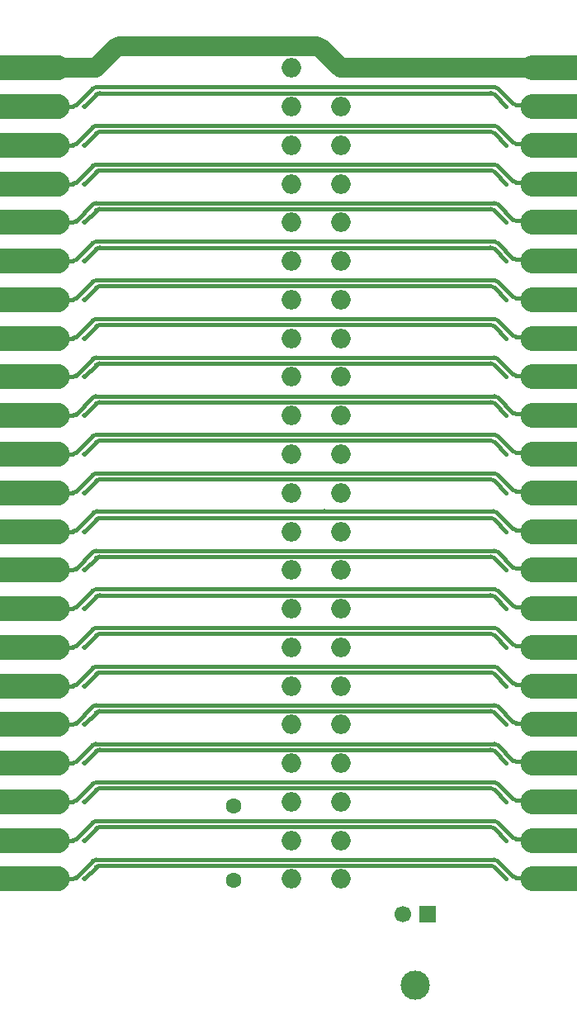
<source format=gbr>
%TF.GenerationSoftware,KiCad,Pcbnew,9.0.3*%
%TF.CreationDate,2025-08-13T21:30:13+02:00*%
%TF.ProjectId,app-mtu-adapter,6170702d-6d74-4752-9d61-646170746572,rev?*%
%TF.SameCoordinates,Original*%
%TF.FileFunction,Copper,L2,Bot*%
%TF.FilePolarity,Positive*%
%FSLAX46Y46*%
G04 Gerber Fmt 4.6, Leading zero omitted, Abs format (unit mm)*
G04 Created by KiCad (PCBNEW 9.0.3) date 2025-08-13 21:30:13*
%MOMM*%
%LPD*%
G01*
G04 APERTURE LIST*
G04 Aperture macros list*
%AMFreePoly0*
4,1,22,-1.300000,4.445000,1.300000,4.445000,1.300000,-3.145000,1.280250,-3.370743,1.221600,-3.589626,1.125833,-3.795000,0.995858,-3.980624,0.835624,-4.140858,0.650000,-4.270833,0.444626,-4.366600,0.225743,-4.425250,0.000000,-4.445000,-0.225743,-4.425250,-0.444626,-4.366600,-0.650000,-4.270833,-0.835624,-4.140858,-0.995858,-3.980624,-1.125833,-3.795000,-1.221600,-3.589626,-1.280250,-3.370743,
-1.300000,-3.145000,-1.300000,4.445000,-1.300000,4.445000,$1*%
%AMFreePoly1*
4,1,22,-1.270000,3.180000,1.270000,3.180000,1.270000,-1.910000,1.254364,-2.108672,1.198732,-2.329454,1.104571,-2.536755,0.974909,-2.723912,0.813912,-2.884909,0.626755,-3.014571,0.419454,-3.108732,0.198672,-3.164364,0.000000,-3.180000,-0.198672,-3.164364,-0.419454,-3.108732,-0.626755,-3.014571,-0.813912,-2.884909,-0.974909,-2.723912,-1.104571,-2.536755,-1.198732,-2.329454,-1.254364,-2.108672,
-1.270000,-1.910000,-1.270000,3.180000,-1.270000,3.180000,$1*%
G04 Aperture macros list end*
%TA.AperFunction,ComponentPad*%
%ADD10C,3.000000*%
%TD*%
%TA.AperFunction,ComponentPad*%
%ADD11C,1.700000*%
%TD*%
%TA.AperFunction,ComponentPad*%
%ADD12R,1.700000X1.700000*%
%TD*%
%TA.AperFunction,ConnectorPad*%
%ADD13FreePoly0,90.000000*%
%TD*%
%TA.AperFunction,ComponentPad*%
%ADD14C,1.600000*%
%TD*%
%TA.AperFunction,ComponentPad*%
%ADD15O,2.000000X2.000000*%
%TD*%
%TA.AperFunction,ConnectorPad*%
%ADD16FreePoly1,270.000000*%
%TD*%
%TA.AperFunction,ViaPad*%
%ADD17C,0.500000*%
%TD*%
%TA.AperFunction,Conductor*%
%ADD18C,2.000000*%
%TD*%
%TA.AperFunction,Conductor*%
%ADD19C,0.400000*%
%TD*%
G04 APERTURE END LIST*
D10*
%TO.P,TP1,1,1*%
%TO.N,Net-(J1-Pin_1)*%
X150910000Y-149250000D03*
%TD*%
D11*
%TO.P,J1,2,Pin_2*%
%TO.N,Net-(J1-Pin_2)*%
X149640000Y-142000000D03*
D12*
%TO.P,J1,1,Pin_1*%
%TO.N,Net-(J1-Pin_1)*%
X152180000Y-142000000D03*
%TD*%
D13*
%TO.P,P1,Z,ROW1*%
%TO.N,Net-(P1-ROW1)*%
X111050000Y-138390000D03*
%TO.P,P1,Y,COLC*%
%TO.N,Net-(P1-COLC)*%
X111050000Y-134430000D03*
%TO.P,P1,X,ROW2*%
%TO.N,Net-(P1-ROW2)*%
X111050000Y-130470000D03*
%TO.P,P1,W,COLG*%
%TO.N,Net-(P1-COLG)*%
X111050000Y-126510000D03*
%TO.P,P1,V,ROW3*%
%TO.N,Net-(P1-ROW3)*%
X111050000Y-122550000D03*
%TO.P,P1,U,PTR*%
%TO.N,Net-(P1-PTR)*%
X111050000Y-118590000D03*
%TO.P,P1,T,KBD*%
%TO.N,Net-(P1-KBD)*%
X111050000Y-114630000D03*
%TO.P,P1,S,PTR_R*%
%TO.N,Net-(P1-PTR_R)*%
X111050000Y-110670000D03*
%TO.P,P1,R,KBD_R*%
%TO.N,Net-(P1-KBD_R)*%
X111050000Y-106710000D03*
%TO.P,P1,P,AUD_H*%
%TO.N,Net-(P1-AUD_H)*%
X111050000Y-102750000D03*
%TO.P,P1,N,+12V*%
%TO.N,Net-(P1-+12V)*%
X111050000Y-98790000D03*
%TO.P,P1,M,AUD_L*%
%TO.N,Net-(P1-AUD_L)*%
X111050000Y-94830000D03*
%TO.P,P1,L,AUDIN*%
%TO.N,Net-(P1-AUDIN)*%
X111050000Y-90870000D03*
%TO.P,P1,K,DECEN*%
%TO.N,Net-(P1-DECEN)*%
X111050000Y-86910000D03*
%TO.P,P1,J,K7*%
%TO.N,Net-(P1-K7)*%
X111050000Y-82950000D03*
%TO.P,P1,H,K5*%
%TO.N,Net-(P1-K5)*%
X111050000Y-78990000D03*
%TO.P,P1,F,K4*%
%TO.N,Net-(P1-K4)*%
X111050000Y-75030000D03*
%TO.P,P1,E,K3*%
%TO.N,Net-(P1-K3)*%
X111050000Y-71070000D03*
%TO.P,P1,D,K2*%
%TO.N,Net-(P1-K2)*%
X111050000Y-67110000D03*
%TO.P,P1,C,K1*%
%TO.N,Net-(P1-K1)*%
X111050000Y-63150000D03*
%TO.P,P1,B,K0*%
%TO.N,Net-(P1-K0)*%
X111050000Y-59190000D03*
%TO.P,P1,A,+5V*%
%TO.N,Net-(P1-+5V)*%
X111050000Y-55230000D03*
%TD*%
D14*
%TO.P,R1,2*%
%TO.N,Net-(J1-Pin_2)*%
X132270000Y-138480000D03*
%TO.P,R1,1*%
%TO.N,Net-(P1-+5V)*%
X132270000Y-130860000D03*
%TD*%
D15*
%TO.P,P2,1,1*%
%TO.N,Net-(P1-GND)*%
X138190000Y-55230000D03*
%TO.P,P2,2,2*%
%TO.N,Net-(P1-PA0)*%
X138190000Y-59190000D03*
%TO.P,P2,3,3*%
%TO.N,Net-(P1-PA1)*%
X138190000Y-63150000D03*
%TO.P,P2,4,4*%
%TO.N,Net-(P1-PA2)*%
X138190000Y-67110000D03*
%TO.P,P2,5,5*%
%TO.N,Net-(P1-PA3)*%
X138190000Y-71070000D03*
%TO.P,P2,6,6*%
%TO.N,Net-(P1-PA4)*%
X138190000Y-75030000D03*
%TO.P,P2,7,7*%
%TO.N,Net-(P1-PA5)*%
X138190000Y-78990000D03*
%TO.P,P2,8,8*%
%TO.N,Net-(P1-PA6)*%
X138190000Y-82950000D03*
%TO.P,P2,9,9*%
%TO.N,Net-(P1-PA7)*%
X138190000Y-86910000D03*
%TO.P,P2,10,\u00BA0*%
%TO.N,Net-(P1-AUD_H)*%
X138190000Y-90870000D03*
%TO.P,P2,11,11*%
%TO.N,Net-(P1-+5V)*%
X138190000Y-94830000D03*
%TO.P,P2,12,12*%
%TO.N,unconnected-(P2-Pad12)*%
X138190000Y-98790000D03*
%TO.P,P2,13,13*%
%TO.N,unconnected-(P2-Pad13)*%
X138190000Y-102750000D03*
%TO.P,P2,14,14*%
%TO.N,unconnected-(P2-Pad14)*%
X138190000Y-106710000D03*
%TO.P,P2,15,15*%
%TO.N,unconnected-(P2-Pad15)*%
X138190000Y-110670000D03*
%TO.P,P2,16,16*%
%TO.N,unconnected-(P2-Pad16)*%
X138190000Y-114630000D03*
%TO.P,P2,17,17*%
%TO.N,unconnected-(P2-Pad17)*%
X138190000Y-118590000D03*
%TO.P,P2,18,18*%
%TO.N,unconnected-(P2-Pad18)*%
X138190000Y-122550000D03*
%TO.P,P2,19,19*%
%TO.N,unconnected-(P2-Pad19)*%
X138190000Y-126510000D03*
%TO.P,P2,20,20*%
%TO.N,unconnected-(P2-Pad20)*%
X138190000Y-130470000D03*
%TO.P,P2,21,21*%
%TO.N,unconnected-(P2-Pad21)*%
X138190000Y-134430000D03*
%TO.P,P2,22,22*%
%TO.N,unconnected-(P2-Pad22)*%
X138190000Y-138390000D03*
%TO.P,P2,A,A*%
%TO.N,Net-(P1-+5V)*%
X143270000Y-55230000D03*
%TO.P,P2,B,B*%
%TO.N,unconnected-(P2-PadB)*%
X143270000Y-59190000D03*
%TO.P,P2,C,C*%
%TO.N,unconnected-(P2-PadC)*%
X143270000Y-63150000D03*
%TO.P,P2,D,D*%
%TO.N,unconnected-(P2-PadD)*%
X143270000Y-67110000D03*
%TO.P,P2,E,E*%
%TO.N,unconnected-(P2-PadE)*%
X143270000Y-71070000D03*
%TO.P,P2,F,F*%
%TO.N,unconnected-(P2-PadF)*%
X143270000Y-75030000D03*
%TO.P,P2,H,H*%
%TO.N,unconnected-(P2-PadH)*%
X143270000Y-78990000D03*
%TO.P,P2,J,J*%
%TO.N,unconnected-(P2-PadJ)*%
X143270000Y-82950000D03*
%TO.P,P2,K,K*%
%TO.N,unconnected-(P2-PadK)*%
X143270000Y-86910000D03*
%TO.P,P2,L,L*%
%TO.N,unconnected-(P2-PadL)*%
X143270000Y-90870000D03*
%TO.P,P2,M,M*%
%TO.N,unconnected-(P2-PadM)*%
X143270000Y-94830000D03*
%TO.P,P2,N,N*%
%TO.N,unconnected-(P2-PadN)*%
X143270000Y-98790000D03*
%TO.P,P2,P,P*%
%TO.N,unconnected-(P2-PadP)*%
X143270000Y-102750000D03*
%TO.P,P2,R,R*%
%TO.N,unconnected-(P2-PadR)*%
X143270000Y-106710000D03*
%TO.P,P2,S,PTR_R*%
%TO.N,unconnected-(P2-PTR_R-PadS)*%
X143270000Y-110670000D03*
%TO.P,P2,T,T*%
%TO.N,unconnected-(P2-PadT)*%
X143270000Y-114630000D03*
%TO.P,P2,U,U*%
%TO.N,unconnected-(P2-PadU)*%
X143270000Y-118590000D03*
%TO.P,P2,V,V*%
%TO.N,unconnected-(P2-PadV)*%
X143270000Y-122550000D03*
%TO.P,P2,W,W*%
%TO.N,unconnected-(P2-PadW)*%
X143270000Y-126510000D03*
%TO.P,P2,X,X*%
%TO.N,unconnected-(P2-PadX)*%
X143270000Y-130470000D03*
%TO.P,P2,Y,Y*%
%TO.N,unconnected-(P2-PadY)*%
X143270000Y-134430000D03*
%TO.P,P2,Z,Z*%
%TO.N,unconnected-(P2-PadZ)*%
X143270000Y-138390000D03*
%TD*%
D16*
%TO.P,P3,A,+5V*%
%TO.N,Net-(P1-+5V)*%
X164870000Y-55230000D03*
%TO.P,P3,B,K0*%
%TO.N,Net-(P1-K0)*%
X164870000Y-59190000D03*
%TO.P,P3,C,K1*%
%TO.N,Net-(P1-K1)*%
X164870000Y-63150000D03*
%TO.P,P3,D,K2*%
%TO.N,Net-(P1-K2)*%
X164870000Y-67110000D03*
%TO.P,P3,E,K3*%
%TO.N,Net-(P1-K3)*%
X164870000Y-71070000D03*
%TO.P,P3,F,K4*%
%TO.N,Net-(P1-K4)*%
X164870000Y-75030000D03*
%TO.P,P3,H,K5*%
%TO.N,Net-(P1-K5)*%
X164870000Y-78990000D03*
%TO.P,P3,J,K7*%
%TO.N,Net-(P1-K7)*%
X164870000Y-82950000D03*
%TO.P,P3,K,DECEN*%
%TO.N,Net-(P1-DECEN)*%
X164870000Y-86910000D03*
%TO.P,P3,L,AUDIN*%
%TO.N,Net-(P1-AUDIN)*%
X164870000Y-90870000D03*
%TO.P,P3,M,AUD_L*%
%TO.N,Net-(P1-AUD_L)*%
X164870000Y-94830000D03*
%TO.P,P3,N,+12V*%
%TO.N,Net-(P1-+12V)*%
X164870000Y-98790000D03*
%TO.P,P3,P,AUD_H*%
%TO.N,Net-(P1-AUD_H)*%
X164870000Y-102750000D03*
%TO.P,P3,R,KBD_R*%
%TO.N,Net-(P1-KBD_R)*%
X164870000Y-106710000D03*
%TO.P,P3,S,PTR_R*%
%TO.N,Net-(P1-PTR_R)*%
X164870000Y-110670000D03*
%TO.P,P3,T,KBD*%
%TO.N,Net-(P1-KBD)*%
X164870000Y-114630000D03*
%TO.P,P3,U,PTR*%
%TO.N,Net-(P1-PTR)*%
X164870000Y-118590000D03*
%TO.P,P3,V,ROW3*%
%TO.N,Net-(P1-ROW3)*%
X164870000Y-122550000D03*
%TO.P,P3,W,COLG*%
%TO.N,Net-(P1-COLG)*%
X164870000Y-126510000D03*
%TO.P,P3,X,ROW2*%
%TO.N,Net-(P1-ROW2)*%
X164870000Y-130470000D03*
%TO.P,P3,Y,COLC*%
%TO.N,Net-(P1-COLC)*%
X164870000Y-134430000D03*
%TO.P,P3,Z,ROW1*%
%TO.N,Net-(P1-ROW1)*%
X164870000Y-138390000D03*
%TD*%
D17*
%TO.N,Net-(P1-PA2)*%
X116950000Y-63150000D03*
%TO.N,Net-(P1-PA5)*%
X116950000Y-75030000D03*
%TO.N,Net-(P1-PB4)*%
X116950000Y-102750000D03*
%TO.N,Net-(P1-PA0)*%
X116950000Y-106710000D03*
%TO.N,Net-(P1-PA6)*%
X116950000Y-78990000D03*
%TO.N,Net-(P1-COLF)*%
X116950000Y-122550000D03*
%TO.N,Net-(P1-PB1)*%
X116950000Y-90870000D03*
%TO.N,Net-(P1-COLB)*%
X116950000Y-126510000D03*
%TO.N,Net-(P1-PB5)*%
X116950000Y-114630000D03*
%TO.N,Net-(P1-COLD)*%
X116950000Y-138390000D03*
%TO.N,Net-(P1-PA1)*%
X116950000Y-67110000D03*
%TO.N,Net-(P1-PB0)*%
X116950000Y-86910000D03*
%TO.N,Net-(P1-ROW0)*%
X116950000Y-118590000D03*
%TO.N,Net-(P1-PB2)*%
X116950000Y-94830000D03*
%TO.N,Net-(P1-PA4)*%
X116950000Y-71070000D03*
%TO.N,Net-(P1-PA7)*%
X116950000Y-82950000D03*
%TO.N,Net-(P1-COLA)*%
X116950000Y-134430000D03*
%TO.N,Net-(P1-PA3)*%
X116950000Y-59190000D03*
%TO.N,Net-(P1-PB3)*%
X116950000Y-98790000D03*
%TO.N,Net-(P1-COLE)*%
X116950000Y-130470000D03*
%TO.N,Net-(J1-Pin_1)*%
X116950000Y-110670000D03*
%TO.N,Net-(P1-PA5)*%
X160270000Y-75030000D03*
%TO.N,Net-(P1-PA6)*%
X160270000Y-78990000D03*
%TO.N,Net-(P1-PA2)*%
X160270000Y-63150000D03*
%TO.N,Net-(P1-PB4)*%
X160270000Y-102750000D03*
%TO.N,Net-(P1-COLF)*%
X160270000Y-122550000D03*
%TO.N,Net-(P1-PB1)*%
X160270000Y-90870000D03*
%TO.N,Net-(P1-PA0)*%
X160270000Y-106710000D03*
%TO.N,Net-(P1-COLD)*%
X160270000Y-138390000D03*
%TO.N,Net-(P1-PB3)*%
X160270000Y-98790000D03*
%TO.N,Net-(P1-PB5)*%
X160270000Y-114630000D03*
%TO.N,Net-(P1-ROW0)*%
X160270000Y-118590000D03*
%TO.N,Net-(P1-PA3)*%
X160270000Y-59190000D03*
%TO.N,Net-(P1-PB0)*%
X160270000Y-86910000D03*
%TO.N,Net-(P1-PA1)*%
X160270000Y-67110000D03*
%TO.N,Net-(P1-PA7)*%
X160270000Y-82950000D03*
%TO.N,Net-(P1-COLE)*%
X160270000Y-130470000D03*
%TO.N,Net-(P1-PB2)*%
X160270000Y-94830000D03*
%TO.N,Net-(P1-COLA)*%
X160270000Y-134430000D03*
%TO.N,Net-(P1-PA4)*%
X160270000Y-71070000D03*
%TO.N,Net-(P1-COLB)*%
X160270000Y-126510000D03*
%TO.N,Net-(J1-Pin_1)*%
X160270000Y-110670000D03*
%TO.N,Net-(P1-AUD_H)*%
X141640000Y-100660000D03*
%TD*%
D18*
%TO.N,Net-(P1-+5V)*%
X164870000Y-55230000D02*
X143270000Y-55230000D01*
D19*
%TO.N,Net-(P1-COLD)*%
X158661893Y-136989000D02*
X118558107Y-136989000D01*
X159015446Y-137135446D02*
G75*
G03*
X158661893Y-136989005I-353546J-353554D01*
G01*
X160270000Y-138390000D02*
X159015446Y-137135446D01*
%TO.N,Net-(P1-ROW1)*%
X159030893Y-136388000D02*
X118189107Y-136388000D01*
X160933553Y-138083553D02*
X159384446Y-136534446D01*
X159384446Y-136534446D02*
G75*
G03*
X159030893Y-136388005I-353546J-353554D01*
G01*
X161287107Y-138230000D02*
G75*
G02*
X160933550Y-138083556I-7J500000D01*
G01*
X164502893Y-138230000D02*
X161287107Y-138230000D01*
%TO.N,Net-(P1-COLA)*%
X158661893Y-133029000D02*
X118558107Y-133029000D01*
X160270000Y-134430000D02*
X159015446Y-133175446D01*
X159015446Y-133175446D02*
G75*
G03*
X158661893Y-133029005I-353546J-353554D01*
G01*
%TO.N,Net-(P1-COLC)*%
X159030893Y-132428000D02*
X118189107Y-132428000D01*
X160933553Y-134123553D02*
X159384446Y-132574446D01*
X164502893Y-134270000D02*
X161287107Y-134270000D01*
X159384446Y-132574446D02*
G75*
G03*
X159030893Y-132428005I-353546J-353554D01*
G01*
X161287107Y-134270000D02*
G75*
G02*
X160933550Y-134123556I-7J500000D01*
G01*
%TO.N,Net-(P1-COLE)*%
X158661893Y-129069000D02*
X118558107Y-129069000D01*
X160270000Y-130470000D02*
X159015446Y-129215446D01*
X159015446Y-129215446D02*
G75*
G03*
X158661893Y-129069005I-353546J-353554D01*
G01*
%TO.N,Net-(P1-ROW2)*%
X160933553Y-130163553D02*
X159384446Y-128614446D01*
X164502893Y-130310000D02*
X161287107Y-130310000D01*
X161287107Y-130310000D02*
G75*
G02*
X160933550Y-130163556I-7J500000D01*
G01*
X159384446Y-128614446D02*
G75*
G03*
X159030893Y-128468005I-353546J-353554D01*
G01*
X159030893Y-128468000D02*
X118189107Y-128468000D01*
%TO.N,Net-(P1-COLB)*%
X158661893Y-125109000D02*
X118558107Y-125109000D01*
X160270000Y-126510000D02*
X159015446Y-125255446D01*
X159015446Y-125255446D02*
G75*
G03*
X158661893Y-125109005I-353546J-353554D01*
G01*
%TO.N,Net-(P1-COLG)*%
X160933553Y-126203553D02*
X159384446Y-124654446D01*
X159384446Y-124654446D02*
G75*
G03*
X159030893Y-124508005I-353546J-353554D01*
G01*
X164502893Y-126350000D02*
X161287107Y-126350000D01*
X159030893Y-124508000D02*
X118189107Y-124508000D01*
X161287107Y-126350000D02*
G75*
G02*
X160933550Y-126203556I-7J500000D01*
G01*
%TO.N,Net-(P1-COLF)*%
X158661893Y-121149000D02*
X118558107Y-121149000D01*
X160270000Y-122550000D02*
X159015446Y-121295446D01*
X159015446Y-121295446D02*
G75*
G03*
X158661893Y-121149005I-353546J-353554D01*
G01*
%TO.N,Net-(P1-ROW3)*%
X160933553Y-122243553D02*
X159384446Y-120694446D01*
X164502893Y-122390000D02*
X161287107Y-122390000D01*
X161287107Y-122390000D02*
G75*
G02*
X160933550Y-122243556I-7J500000D01*
G01*
X159384446Y-120694446D02*
G75*
G03*
X159030893Y-120548005I-353546J-353554D01*
G01*
X159030893Y-120548000D02*
X118189107Y-120548000D01*
%TO.N,Net-(P1-ROW0)*%
X158661893Y-117189000D02*
X118558107Y-117189000D01*
X160270000Y-118590000D02*
X159015446Y-117335446D01*
X159015446Y-117335446D02*
G75*
G03*
X158661893Y-117189005I-353546J-353554D01*
G01*
%TO.N,Net-(P1-PTR)*%
X160933553Y-118283553D02*
X159384446Y-116734446D01*
X164502893Y-118430000D02*
X161287107Y-118430000D01*
X159384446Y-116734446D02*
G75*
G03*
X159030893Y-116588005I-353546J-353554D01*
G01*
X161287107Y-118430000D02*
G75*
G02*
X160933550Y-118283556I-7J500000D01*
G01*
X159030893Y-116588000D02*
X118189107Y-116588000D01*
%TO.N,Net-(P1-PB5)*%
X158661893Y-113229000D02*
X118558107Y-113229000D01*
X160270000Y-114630000D02*
X159015446Y-113375446D01*
X159015446Y-113375446D02*
G75*
G03*
X158661893Y-113229005I-353546J-353554D01*
G01*
%TO.N,Net-(P1-KBD)*%
X159030893Y-112628000D02*
X118189107Y-112628000D01*
X160933553Y-114323553D02*
X159384446Y-112774446D01*
X164502893Y-114470000D02*
X161287107Y-114470000D01*
X159384446Y-112774446D02*
G75*
G03*
X159030893Y-112628005I-353546J-353554D01*
G01*
X161287107Y-114470000D02*
G75*
G02*
X160933550Y-114323556I-7J500000D01*
G01*
%TO.N,Net-(J1-Pin_1)*%
X158661893Y-109269000D02*
X118558107Y-109269000D01*
X160270000Y-110670000D02*
X159015446Y-109415446D01*
X159015446Y-109415446D02*
G75*
G03*
X158661893Y-109269005I-353546J-353554D01*
G01*
%TO.N,Net-(P1-PTR_R)*%
X160933553Y-110363553D02*
X159384446Y-108814446D01*
X164502893Y-110510000D02*
X161287107Y-110510000D01*
X159030893Y-108668000D02*
X118189107Y-108668000D01*
X161287107Y-110510000D02*
G75*
G02*
X160933550Y-110363556I-7J500000D01*
G01*
X159384446Y-108814446D02*
G75*
G03*
X159030893Y-108668005I-353546J-353554D01*
G01*
%TO.N,Net-(P1-PA0)*%
X158661893Y-105309000D02*
X118558107Y-105309000D01*
X159015446Y-105455446D02*
G75*
G03*
X158661893Y-105309005I-353546J-353554D01*
G01*
X160270000Y-106710000D02*
X159015446Y-105455446D01*
%TO.N,Net-(P1-KBD_R)*%
X159030893Y-104708000D02*
X118189107Y-104708000D01*
X164502893Y-106550000D02*
X161287107Y-106550000D01*
X159384446Y-104854446D02*
G75*
G03*
X159030893Y-104708005I-353546J-353554D01*
G01*
X161287107Y-106550000D02*
G75*
G02*
X160933550Y-106403556I-7J500000D01*
G01*
X160933553Y-106403553D02*
X159384446Y-104854446D01*
%TO.N,Net-(P1-PB4)*%
X160270000Y-102750000D02*
X159015446Y-101495446D01*
X158661893Y-101349000D02*
X118558107Y-101349000D01*
X159015446Y-101495446D02*
G75*
G03*
X158661893Y-101349005I-353546J-353554D01*
G01*
%TO.N,Net-(P1-AUD_H)*%
X160933553Y-102443553D02*
X159296446Y-100806446D01*
X164502893Y-102590000D02*
X161287107Y-102590000D01*
X158942893Y-100660000D02*
X118277107Y-100660000D01*
X159296446Y-100806446D02*
G75*
G03*
X158942893Y-100660005I-353546J-353554D01*
G01*
X161287107Y-102590000D02*
G75*
G02*
X160933550Y-102443556I-7J500000D01*
G01*
%TO.N,Net-(P1-PB3)*%
X158661893Y-97389000D02*
X118558107Y-97389000D01*
X160270000Y-98790000D02*
X159015446Y-97535446D01*
X159015446Y-97535446D02*
G75*
G03*
X158661893Y-97389005I-353546J-353554D01*
G01*
%TO.N,Net-(P1-+12V)*%
X159030893Y-96788000D02*
X118189107Y-96788000D01*
X160933553Y-98483553D02*
X159384446Y-96934446D01*
X164502893Y-98630000D02*
X161287107Y-98630000D01*
X159384446Y-96934446D02*
G75*
G03*
X159030893Y-96788005I-353546J-353554D01*
G01*
X161287107Y-98630000D02*
G75*
G02*
X160933550Y-98483556I-7J500000D01*
G01*
%TO.N,Net-(P1-PB2)*%
X158661893Y-93429000D02*
X118558107Y-93429000D01*
X160270000Y-94830000D02*
X159015446Y-93575446D01*
X159015446Y-93575446D02*
G75*
G03*
X158661893Y-93429005I-353546J-353554D01*
G01*
%TO.N,Net-(P1-AUD_L)*%
X160933553Y-94523553D02*
X159384446Y-92974446D01*
X159030893Y-92828000D02*
X118189107Y-92828000D01*
X161287107Y-94670000D02*
G75*
G02*
X160933550Y-94523556I-7J500000D01*
G01*
X159384446Y-92974446D02*
G75*
G03*
X159030893Y-92828005I-353546J-353554D01*
G01*
X164502893Y-94670000D02*
X161287107Y-94670000D01*
%TO.N,Net-(P1-PB1)*%
X158661893Y-89469000D02*
X118558107Y-89469000D01*
X160270000Y-90870000D02*
X159015446Y-89615446D01*
X159015446Y-89615446D02*
G75*
G03*
X158661893Y-89469005I-353546J-353554D01*
G01*
%TO.N,Net-(P1-AUDIN)*%
X159030893Y-88868000D02*
X118189107Y-88868000D01*
X164502893Y-90710000D02*
X161287107Y-90710000D01*
X159384446Y-89014446D02*
G75*
G03*
X159030893Y-88868005I-353546J-353554D01*
G01*
X160933553Y-90563553D02*
X159384446Y-89014446D01*
X161287107Y-90710000D02*
G75*
G02*
X160933550Y-90563556I-7J500000D01*
G01*
%TO.N,Net-(P1-PB0)*%
X158661893Y-85509000D02*
X118558107Y-85509000D01*
X160270000Y-86910000D02*
X159015446Y-85655446D01*
X159015446Y-85655446D02*
G75*
G03*
X158661893Y-85509005I-353546J-353554D01*
G01*
%TO.N,Net-(P1-DECEN)*%
X160933553Y-86603553D02*
X159384446Y-85054446D01*
X164502893Y-86750000D02*
X161287107Y-86750000D01*
X159384446Y-85054446D02*
G75*
G03*
X159030893Y-84908005I-353546J-353554D01*
G01*
X161287107Y-86750000D02*
G75*
G02*
X160933550Y-86603556I-7J500000D01*
G01*
X159030893Y-84908000D02*
X118189107Y-84908000D01*
%TO.N,Net-(P1-PA7)*%
X158661893Y-81549000D02*
X118558107Y-81549000D01*
X160270000Y-82950000D02*
X159015446Y-81695446D01*
X159015446Y-81695446D02*
G75*
G03*
X158661893Y-81549005I-353546J-353554D01*
G01*
%TO.N,Net-(P1-K7)*%
X159030893Y-80948000D02*
X118189107Y-80948000D01*
X160933553Y-82643553D02*
X159384446Y-81094446D01*
X159384446Y-81094446D02*
G75*
G03*
X159030893Y-80948005I-353546J-353554D01*
G01*
X164502893Y-82790000D02*
X161287107Y-82790000D01*
X161287107Y-82790000D02*
G75*
G02*
X160933550Y-82643556I-7J500000D01*
G01*
%TO.N,Net-(P1-PA6)*%
X158661893Y-77589000D02*
X118558107Y-77589000D01*
X160270000Y-78990000D02*
X159015446Y-77735446D01*
X159015446Y-77735446D02*
G75*
G03*
X158661893Y-77589005I-353546J-353554D01*
G01*
%TO.N,Net-(P1-K5)*%
X160933553Y-78683553D02*
X159384446Y-77134446D01*
X164502893Y-78830000D02*
X161287107Y-78830000D01*
X159384446Y-77134446D02*
G75*
G03*
X159030893Y-76988005I-353546J-353554D01*
G01*
X159030893Y-76988000D02*
X118189107Y-76988000D01*
X161287107Y-78830000D02*
G75*
G02*
X160933550Y-78683556I-7J500000D01*
G01*
%TO.N,Net-(P1-PA5)*%
X158661893Y-73629000D02*
X118558107Y-73629000D01*
X160270000Y-75030000D02*
X159015446Y-73775446D01*
X159015446Y-73775446D02*
G75*
G03*
X158661893Y-73629005I-353546J-353554D01*
G01*
%TO.N,Net-(P1-K4)*%
X164502893Y-74870000D02*
X161287107Y-74870000D01*
X159384446Y-73174446D02*
G75*
G03*
X159030893Y-73028005I-353546J-353554D01*
G01*
X160933553Y-74723553D02*
X159384446Y-73174446D01*
X161287107Y-74870000D02*
G75*
G02*
X160933550Y-74723556I-7J500000D01*
G01*
X159030893Y-73028000D02*
X118189107Y-73028000D01*
%TO.N,Net-(P1-PA4)*%
X158661893Y-69669000D02*
X118558107Y-69669000D01*
X160270000Y-71070000D02*
X159015446Y-69815446D01*
X159015446Y-69815446D02*
G75*
G03*
X158661893Y-69669005I-353546J-353554D01*
G01*
%TO.N,Net-(P1-K3)*%
X159030893Y-69068000D02*
X118189107Y-69068000D01*
X164502893Y-70910000D02*
X161287107Y-70910000D01*
X160933553Y-70763553D02*
X159384446Y-69214446D01*
X159384446Y-69214446D02*
G75*
G03*
X159030893Y-69068005I-353546J-353554D01*
G01*
X161287107Y-70910000D02*
G75*
G02*
X160933550Y-70763556I-7J500000D01*
G01*
%TO.N,Net-(P1-PA1)*%
X158661893Y-65709000D02*
X118558107Y-65709000D01*
X160270000Y-67110000D02*
X159015446Y-65855446D01*
X159015446Y-65855446D02*
G75*
G03*
X158661893Y-65709005I-353546J-353554D01*
G01*
%TO.N,Net-(P1-K2)*%
X160933553Y-66803553D02*
X159384446Y-65254446D01*
X164502893Y-66950000D02*
X161287107Y-66950000D01*
X159384446Y-65254446D02*
G75*
G03*
X159030893Y-65108005I-353546J-353554D01*
G01*
X161287107Y-66950000D02*
G75*
G02*
X160933550Y-66803556I-7J500000D01*
G01*
X159030893Y-65108000D02*
X118189107Y-65108000D01*
%TO.N,Net-(P1-PA2)*%
X158661893Y-61749000D02*
X118558107Y-61749000D01*
X160270000Y-63150000D02*
X159015446Y-61895446D01*
X159015446Y-61895446D02*
G75*
G03*
X158661893Y-61749005I-353546J-353554D01*
G01*
%TO.N,Net-(P1-K1)*%
X159030893Y-61148000D02*
X118189107Y-61148000D01*
X164502893Y-62990000D02*
X161287107Y-62990000D01*
X159384446Y-61294446D02*
G75*
G03*
X159030893Y-61148005I-353546J-353554D01*
G01*
X161287107Y-62990000D02*
G75*
G02*
X160933550Y-62843556I-7J500000D01*
G01*
X160933553Y-62843553D02*
X159384446Y-61294446D01*
%TO.N,Net-(P1-PA3)*%
X158661893Y-57789000D02*
X118558107Y-57789000D01*
X159015446Y-57935446D02*
G75*
G03*
X158661893Y-57789005I-353546J-353554D01*
G01*
X160270000Y-59190000D02*
X159015446Y-57935446D01*
%TO.N,Net-(P1-K0)*%
X164870000Y-59190000D02*
X164856446Y-59176446D01*
X159384446Y-57334446D02*
G75*
G03*
X159030893Y-57188005I-353546J-353554D01*
G01*
X164502893Y-59030000D02*
X161287107Y-59030000D01*
X161287107Y-59030000D02*
G75*
G02*
X160933550Y-58883556I-7J500000D01*
G01*
X164856446Y-59176446D02*
G75*
G03*
X164502893Y-59030005I-353546J-353554D01*
G01*
X160933553Y-58883553D02*
X159384446Y-57334446D01*
X159030893Y-57188000D02*
X118189107Y-57188000D01*
D18*
%TO.N,Net-(P1-+5V)*%
X120538107Y-53029000D02*
X140861893Y-53029000D01*
X118120000Y-55240000D02*
X120184553Y-53175447D01*
X111050000Y-55230000D02*
X118110000Y-55230000D01*
X140861893Y-53029000D02*
G75*
G02*
X141215449Y-53175443I7J-500000D01*
G01*
X118110000Y-55230000D02*
X118120000Y-55240000D01*
X141215446Y-53175446D02*
X143270000Y-55230000D01*
X120184553Y-53175447D02*
G75*
G02*
X120538107Y-53029005I353547J-353553D01*
G01*
D19*
%TO.N,Net-(P1-ROW1)*%
X118189107Y-136388000D02*
G75*
G03*
X117835550Y-136534444I-7J-500000D01*
G01*
%TO.N,Net-(P1-PB1)*%
X118204553Y-89615447D02*
G75*
G02*
X118558107Y-89469005I353547J-353553D01*
G01*
%TO.N,Net-(P1-KBD)*%
X115772893Y-114630000D02*
G75*
G03*
X116126449Y-114483557I7J500000D01*
G01*
%TO.N,Net-(P1-AUD_L)*%
X115772893Y-94830000D02*
G75*
G03*
X116126449Y-94683557I7J500000D01*
G01*
X118189107Y-92828000D02*
G75*
G03*
X117835550Y-92974444I-7J-500000D01*
G01*
%TO.N,Net-(P1-PTR)*%
X115772893Y-118590000D02*
G75*
G03*
X116126449Y-118443557I7J500000D01*
G01*
%TO.N,Net-(P1-PTR_R)*%
X118189107Y-108668000D02*
G75*
G03*
X117835550Y-108814444I-7J-500000D01*
G01*
%TO.N,Net-(P1-PTR)*%
X118189107Y-116588000D02*
G75*
G03*
X117835550Y-116734444I-7J-500000D01*
G01*
%TO.N,Net-(P1-PTR_R)*%
X115772893Y-110670000D02*
G75*
G03*
X116126449Y-110523557I7J500000D01*
G01*
%TO.N,Net-(P1-PA0)*%
X118558107Y-105309000D02*
G75*
G03*
X118204550Y-105455444I-7J-500000D01*
G01*
%TO.N,Net-(P1-COLF)*%
X118558107Y-121149000D02*
G75*
G03*
X118204550Y-121295444I-7J-500000D01*
G01*
%TO.N,Net-(P1-ROW1)*%
X115772893Y-138390000D02*
G75*
G03*
X116126449Y-138243557I7J500000D01*
G01*
%TO.N,Net-(P1-PA6)*%
X118558107Y-77589000D02*
G75*
G03*
X118204550Y-77735444I-7J-500000D01*
G01*
%TO.N,Net-(P1-KBD)*%
X118189107Y-112628000D02*
G75*
G03*
X117835550Y-112774444I-7J-500000D01*
G01*
%TO.N,Net-(P1-PB4)*%
X118204553Y-101495447D02*
G75*
G02*
X118558107Y-101349005I353547J-353553D01*
G01*
%TO.N,Net-(P1-PA5)*%
X118558107Y-73629000D02*
G75*
G03*
X118204550Y-73775444I-7J-500000D01*
G01*
%TO.N,Net-(P1-PA2)*%
X118204553Y-61895447D02*
G75*
G02*
X118558107Y-61749005I353547J-353553D01*
G01*
%TO.N,Net-(P1-K2)*%
X118189107Y-65108000D02*
G75*
G03*
X117835550Y-65254444I-7J-500000D01*
G01*
%TO.N,Net-(P1-PB0)*%
X118558107Y-85509000D02*
G75*
G03*
X118204550Y-85655444I-7J-500000D01*
G01*
%TO.N,Net-(P1-AUD_H)*%
X117923553Y-100806447D02*
G75*
G02*
X118277107Y-100660005I353547J-353553D01*
G01*
%TO.N,Net-(P1-COLD)*%
X118558107Y-136989000D02*
G75*
G03*
X118204550Y-137135444I-7J-500000D01*
G01*
%TO.N,Net-(P1-K3)*%
X118189107Y-69068000D02*
G75*
G03*
X117835550Y-69214444I-7J-500000D01*
G01*
X115772893Y-71070000D02*
G75*
G03*
X116126449Y-70923557I7J500000D01*
G01*
%TO.N,Net-(P1-ROW2)*%
X118189107Y-128468000D02*
G75*
G03*
X117835550Y-128614444I-7J-500000D01*
G01*
%TO.N,Net-(P1-KBD_R)*%
X115772893Y-106710000D02*
G75*
G03*
X116126449Y-106563557I7J500000D01*
G01*
%TO.N,Net-(P1-ROW3)*%
X115772893Y-122550000D02*
G75*
G03*
X116126449Y-122403557I7J500000D01*
G01*
%TO.N,Net-(P1-K5)*%
X115772893Y-78990000D02*
G75*
G03*
X116126449Y-78843557I7J500000D01*
G01*
%TO.N,Net-(P1-PA1)*%
X118558107Y-65709000D02*
G75*
G03*
X118204550Y-65855444I-7J-500000D01*
G01*
%TO.N,Net-(P1-K2)*%
X115772893Y-67110000D02*
G75*
G03*
X116126449Y-66963557I7J500000D01*
G01*
%TO.N,Net-(P1-COLC)*%
X118189107Y-132428000D02*
G75*
G03*
X117835550Y-132574444I-7J-500000D01*
G01*
X115772893Y-134430000D02*
G75*
G03*
X116126449Y-134283557I7J500000D01*
G01*
%TO.N,Net-(P1-K4)*%
X115772893Y-75030000D02*
G75*
G03*
X116126449Y-74883557I7J500000D01*
G01*
%TO.N,Net-(P1-PB5)*%
X118204553Y-113375447D02*
G75*
G02*
X118558107Y-113229005I353547J-353553D01*
G01*
%TO.N,Net-(P1-K5)*%
X118189107Y-76988000D02*
G75*
G03*
X117835550Y-77134444I-7J-500000D01*
G01*
%TO.N,Net-(P1-+12V)*%
X118189107Y-96788000D02*
G75*
G03*
X117835550Y-96934444I-7J-500000D01*
G01*
%TO.N,Net-(P1-PB3)*%
X118558107Y-97389000D02*
G75*
G03*
X118204550Y-97535444I-7J-500000D01*
G01*
%TO.N,Net-(P1-ROW0)*%
X118558107Y-117189000D02*
G75*
G03*
X118204550Y-117335444I-7J-500000D01*
G01*
%TO.N,Net-(P1-+12V)*%
X115772893Y-98790000D02*
G75*
G03*
X116126449Y-98643557I7J500000D01*
G01*
%TO.N,Net-(P1-DECEN)*%
X115772893Y-86910000D02*
G75*
G03*
X116126449Y-86763557I7J500000D01*
G01*
%TO.N,Net-(P1-K4)*%
X118189107Y-73028000D02*
G75*
G03*
X117835550Y-73174444I-7J-500000D01*
G01*
%TO.N,Net-(P1-DECEN)*%
X118189107Y-84908000D02*
G75*
G03*
X117835550Y-85054444I-7J-500000D01*
G01*
%TO.N,Net-(P1-ROW2)*%
X115772893Y-130470000D02*
G75*
G03*
X116126449Y-130323557I7J500000D01*
G01*
%TO.N,Net-(P1-KBD_R)*%
X118189107Y-104708000D02*
G75*
G03*
X117835550Y-104854444I-7J-500000D01*
G01*
%TO.N,Net-(P1-AUD_H)*%
X116126446Y-102603554D02*
G75*
G02*
X115772893Y-102749995I-353546J353554D01*
G01*
%TO.N,Net-(P1-ROW3)*%
X118189107Y-120548000D02*
G75*
G03*
X117835550Y-120694444I-7J-500000D01*
G01*
%TO.N,Net-(P1-PA3)*%
X118558107Y-57789000D02*
G75*
G03*
X118204550Y-57935444I-7J-500000D01*
G01*
%TO.N,Net-(P1-PB2)*%
X118204553Y-93575447D02*
G75*
G02*
X118558107Y-93429005I353547J-353553D01*
G01*
%TO.N,Net-(P1-COLG)*%
X115772893Y-126510000D02*
G75*
G03*
X116126449Y-126363557I7J500000D01*
G01*
%TO.N,Net-(P1-COLA)*%
X118558107Y-133029000D02*
G75*
G03*
X118204550Y-133175444I-7J-500000D01*
G01*
%TO.N,Net-(P1-COLG)*%
X118189107Y-124508000D02*
G75*
G03*
X117835550Y-124654444I-7J-500000D01*
G01*
%TO.N,Net-(P1-PA4)*%
X118558107Y-69669000D02*
G75*
G03*
X118204550Y-69815444I-7J-500000D01*
G01*
%TO.N,Net-(P1-K0)*%
X118189107Y-57188000D02*
G75*
G03*
X117835550Y-57334444I-7J-500000D01*
G01*
%TO.N,Net-(P1-COLE)*%
X118204553Y-129215447D02*
G75*
G02*
X118558107Y-129069005I353547J-353553D01*
G01*
%TO.N,Net-(P1-COLB)*%
X118204553Y-125255447D02*
G75*
G02*
X118558107Y-125109005I353547J-353553D01*
G01*
%TO.N,Net-(P1-K1)*%
X115772893Y-63150000D02*
G75*
G03*
X116126449Y-63003557I7J500000D01*
G01*
X118189107Y-61148000D02*
G75*
G03*
X117835550Y-61294444I-7J-500000D01*
G01*
%TO.N,Net-(J1-Pin_1)*%
X118204553Y-109415447D02*
G75*
G02*
X118558107Y-109269005I353547J-353553D01*
G01*
%TO.N,Net-(P1-K7)*%
X115772893Y-82950000D02*
G75*
G03*
X116126449Y-82803557I7J500000D01*
G01*
%TO.N,Net-(P1-K0)*%
X115772893Y-59190000D02*
G75*
G03*
X116126449Y-59043557I7J500000D01*
G01*
%TO.N,Net-(P1-AUDIN)*%
X115772893Y-90870000D02*
G75*
G03*
X116126449Y-90723557I7J500000D01*
G01*
%TO.N,Net-(P1-K7)*%
X118189107Y-80948000D02*
G75*
G03*
X117835550Y-81094444I-7J-500000D01*
G01*
%TO.N,Net-(P1-AUDIN)*%
X118189107Y-88868000D02*
G75*
G03*
X117835550Y-89014444I-7J-500000D01*
G01*
%TO.N,Net-(P1-PA7)*%
X118558107Y-81549000D02*
G75*
G03*
X118204550Y-81695444I-7J-500000D01*
G01*
%TO.N,Net-(P1-K5)*%
X115772893Y-78990000D02*
X111050000Y-78990000D01*
%TO.N,Net-(P1-+12V)*%
X117835553Y-96934447D02*
X116126446Y-98643554D01*
%TO.N,Net-(P1-K4)*%
X117835553Y-73174447D02*
X116126446Y-74883554D01*
%TO.N,Net-(P1-K2)*%
X117835553Y-65254447D02*
X116126446Y-66963554D01*
%TO.N,Net-(P1-+12V)*%
X115772893Y-98790000D02*
X111050000Y-98790000D01*
%TO.N,Net-(P1-K5)*%
X117835553Y-77134447D02*
X116126446Y-78843554D01*
%TO.N,Net-(P1-DECEN)*%
X117835553Y-85054447D02*
X116126446Y-86763554D01*
X115772893Y-86910000D02*
X111050000Y-86910000D01*
%TO.N,Net-(P1-PA1)*%
X118204553Y-65855447D02*
X116950000Y-67110000D01*
%TO.N,Net-(P1-PB0)*%
X118204553Y-85655447D02*
X116950000Y-86910000D01*
%TO.N,Net-(P1-K2)*%
X115772893Y-67110000D02*
X111050000Y-67110000D01*
%TO.N,Net-(P1-COLD)*%
X118204553Y-137135447D02*
X116950000Y-138390000D01*
%TO.N,Net-(P1-COLC)*%
X115772893Y-134430000D02*
X111050000Y-134430000D01*
%TO.N,Net-(P1-K4)*%
X115772893Y-75030000D02*
X111050000Y-75030000D01*
%TO.N,Net-(P1-COLC)*%
X117835553Y-132574447D02*
X116126446Y-134283554D01*
%TO.N,Net-(P1-ROW3)*%
X115772893Y-122550000D02*
X111050000Y-122550000D01*
X117835553Y-120694447D02*
X116126446Y-122403554D01*
%TO.N,Net-(P1-COLG)*%
X115772893Y-126510000D02*
X111050000Y-126510000D01*
%TO.N,Net-(P1-ROW0)*%
X118204553Y-117335447D02*
X116950000Y-118590000D01*
%TO.N,Net-(P1-PA3)*%
X118204553Y-57935447D02*
X116950000Y-59190000D01*
%TO.N,Net-(P1-PA7)*%
X118204553Y-81695447D02*
X116950000Y-82950000D01*
%TO.N,Net-(P1-K0)*%
X115772893Y-59190000D02*
X111050000Y-59190000D01*
%TO.N,Net-(P1-PB2)*%
X118204553Y-93575447D02*
X116950000Y-94830000D01*
%TO.N,Net-(P1-PB3)*%
X118204553Y-97535447D02*
X116950000Y-98790000D01*
%TO.N,Net-(P1-AUDIN)*%
X115772893Y-90870000D02*
X111050000Y-90870000D01*
X117835553Y-89014447D02*
X116126446Y-90723554D01*
%TO.N,Net-(P1-COLE)*%
X118204553Y-129215447D02*
X116950000Y-130470000D01*
%TO.N,Net-(P1-K0)*%
X117835553Y-57334447D02*
X116126446Y-59043554D01*
%TO.N,Net-(P1-PB5)*%
X118204553Y-113375447D02*
X116950000Y-114630000D01*
%TO.N,Net-(P1-COLG)*%
X117835553Y-124654447D02*
X116126446Y-126363554D01*
%TO.N,Net-(P1-K1)*%
X117835553Y-61294447D02*
X116126446Y-63003554D01*
%TO.N,Net-(P1-PA4)*%
X118204553Y-69815447D02*
X116950000Y-71070000D01*
%TO.N,Net-(P1-K7)*%
X115772893Y-82950000D02*
X111050000Y-82950000D01*
%TO.N,Net-(P1-K1)*%
X115772893Y-63150000D02*
X111050000Y-63150000D01*
%TO.N,Net-(J1-Pin_1)*%
X118204553Y-109415447D02*
X116950000Y-110670000D01*
%TO.N,Net-(P1-K7)*%
X117835553Y-81094447D02*
X116126446Y-82803554D01*
%TO.N,Net-(P1-COLB)*%
X118204553Y-125255447D02*
X116950000Y-126510000D01*
%TO.N,Net-(P1-COLA)*%
X118204553Y-133175447D02*
X116950000Y-134430000D01*
%TO.N,Net-(P1-KBD)*%
X115772893Y-114630000D02*
X111050000Y-114630000D01*
%TO.N,Net-(P1-PA6)*%
X118204553Y-77735447D02*
X116950000Y-78990000D01*
%TO.N,Net-(P1-KBD)*%
X117835553Y-112774447D02*
X116126446Y-114483554D01*
%TO.N,Net-(P1-PA2)*%
X118204553Y-61895447D02*
X116950000Y-63150000D01*
%TO.N,Net-(P1-PA0)*%
X118204553Y-105455447D02*
X116950000Y-106710000D01*
%TO.N,Net-(P1-COLF)*%
X118204553Y-121295447D02*
X116950000Y-122550000D01*
%TO.N,Net-(P1-PA5)*%
X118204553Y-73775447D02*
X116950000Y-75030000D01*
%TO.N,Net-(P1-ROW1)*%
X117835553Y-136534447D02*
X116126446Y-138243554D01*
%TO.N,Net-(P1-PTR_R)*%
X115772893Y-110670000D02*
X111050000Y-110670000D01*
X117835553Y-108814447D02*
X116126446Y-110523554D01*
%TO.N,Net-(P1-PB4)*%
X118204553Y-101495447D02*
X116950000Y-102750000D01*
%TO.N,Net-(P1-ROW1)*%
X115772893Y-138390000D02*
X111050000Y-138390000D01*
%TO.N,Net-(P1-KBD_R)*%
X117835553Y-104854447D02*
X116126446Y-106563554D01*
%TO.N,Net-(P1-PB1)*%
X118204553Y-89615447D02*
X116950000Y-90870000D01*
%TO.N,Net-(P1-K3)*%
X115772893Y-71070000D02*
X111050000Y-71070000D01*
%TO.N,Net-(P1-PTR)*%
X117835553Y-116734447D02*
X116126446Y-118443554D01*
%TO.N,Net-(P1-K3)*%
X117835553Y-69214447D02*
X116126446Y-70923554D01*
%TO.N,Net-(P1-AUD_L)*%
X117835553Y-92974447D02*
X116126446Y-94683554D01*
%TO.N,Net-(P1-AUD_H)*%
X117923553Y-100806447D02*
X116126446Y-102603554D01*
X115772893Y-102750000D02*
X111050000Y-102750000D01*
%TO.N,Net-(P1-ROW2)*%
X117835553Y-128614447D02*
X116126446Y-130323554D01*
X115772893Y-130470000D02*
X111050000Y-130470000D01*
%TO.N,Net-(P1-KBD_R)*%
X115772893Y-106710000D02*
X111050000Y-106710000D01*
%TO.N,Net-(P1-PTR)*%
X115772893Y-118590000D02*
X111050000Y-118590000D01*
%TO.N,Net-(P1-AUD_L)*%
X115772893Y-94830000D02*
X111050000Y-94830000D01*
%TO.N,Net-(P1-DECEN)*%
X164870000Y-86910000D02*
X164710000Y-86750000D01*
%TO.N,Net-(P1-K5)*%
X164870000Y-78990000D02*
X164710000Y-78830000D01*
%TO.N,Net-(P1-K4)*%
X164870000Y-75030000D02*
X164710000Y-74870000D01*
%TO.N,Net-(P1-+12V)*%
X164870000Y-98790000D02*
X164710000Y-98630000D01*
%TO.N,Net-(P1-COLC)*%
X164870000Y-134430000D02*
X164710000Y-134270000D01*
%TO.N,Net-(P1-ROW3)*%
X164870000Y-122550000D02*
X164710000Y-122390000D01*
%TO.N,Net-(P1-K2)*%
X164870000Y-67110000D02*
X164710000Y-66950000D01*
%TO.N,Net-(P1-COLG)*%
X164870000Y-126510000D02*
X164710000Y-126350000D01*
%TO.N,Net-(P1-AUDIN)*%
X164870000Y-90870000D02*
X164710000Y-90710000D01*
%TO.N,Net-(P1-K7)*%
X164870000Y-82950000D02*
X164710000Y-82790000D01*
%TO.N,Net-(P1-K1)*%
X164870000Y-63150000D02*
X164710000Y-62990000D01*
%TO.N,Net-(P1-KBD)*%
X164870000Y-114630000D02*
X164710000Y-114470000D01*
%TO.N,Net-(P1-ROW1)*%
X164870000Y-138390000D02*
X164710000Y-138230000D01*
%TO.N,Net-(P1-PTR_R)*%
X164870000Y-110670000D02*
X164710000Y-110510000D01*
%TO.N,Net-(P1-AUD_H)*%
X164870000Y-102750000D02*
X164710000Y-102590000D01*
%TO.N,Net-(P1-AUD_L)*%
X164870000Y-94830000D02*
X164710000Y-94670000D01*
%TO.N,Net-(P1-KBD_R)*%
X164870000Y-106710000D02*
X164710000Y-106550000D01*
%TO.N,Net-(P1-K3)*%
X164870000Y-71070000D02*
X164710000Y-70910000D01*
%TO.N,Net-(P1-PTR)*%
X164870000Y-118590000D02*
X164710000Y-118430000D01*
%TO.N,Net-(P1-ROW2)*%
X164870000Y-130470000D02*
X164710000Y-130310000D01*
%TD*%
M02*

</source>
